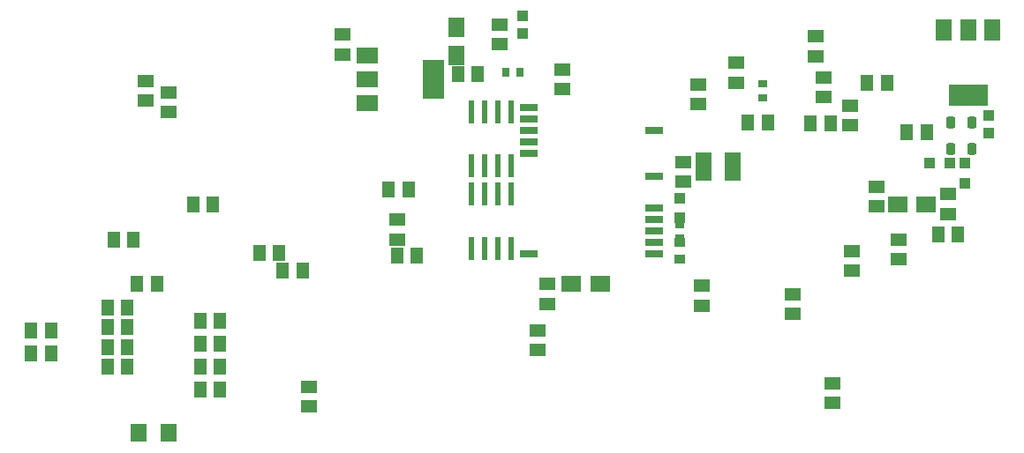
<source format=gbr>
%TF.GenerationSoftware,KiCad,Pcbnew,9.0.7*%
%TF.CreationDate,2026-01-09T15:07:01-08:00*%
%TF.ProjectId,W5500_LX9_AD9957_sramv2_gps,57353530-305f-44c5-9839-5f4144393935,rev?*%
%TF.SameCoordinates,Original*%
%TF.FileFunction,Paste,Bot*%
%TF.FilePolarity,Positive*%
%FSLAX46Y46*%
G04 Gerber Fmt 4.6, Leading zero omitted, Abs format (unit mm)*
G04 Created by KiCad (PCBNEW 9.0.7) date 2026-01-09 15:07:01*
%MOMM*%
%LPD*%
G01*
G04 APERTURE LIST*
G04 Aperture macros list*
%AMRoundRect*
0 Rectangle with rounded corners*
0 $1 Rounding radius*
0 $2 $3 $4 $5 $6 $7 $8 $9 X,Y pos of 4 corners*
0 Add a 4 corners polygon primitive as box body*
4,1,4,$2,$3,$4,$5,$6,$7,$8,$9,$2,$3,0*
0 Add four circle primitives for the rounded corners*
1,1,$1+$1,$2,$3*
1,1,$1+$1,$4,$5*
1,1,$1+$1,$6,$7*
1,1,$1+$1,$8,$9*
0 Add four rect primitives between the rounded corners*
20,1,$1+$1,$2,$3,$4,$5,0*
20,1,$1+$1,$4,$5,$6,$7,0*
20,1,$1+$1,$6,$7,$8,$9,0*
20,1,$1+$1,$8,$9,$2,$3,0*%
G04 Aperture macros list end*
%ADD10R,1.300000X1.600000*%
%ADD11R,1.600000X1.300000*%
%ADD12R,1.300000X1.500000*%
%ADD13R,1.600000X1.800000*%
%ADD14R,1.500000X1.300000*%
%ADD15R,3.800000X2.000000*%
%ADD16R,1.500000X2.000000*%
%ADD17R,2.000000X3.800000*%
%ADD18R,2.000000X1.500000*%
%ADD19R,1.500000X1.950000*%
%ADD20R,1.950000X1.500000*%
%ADD21R,1.600000X2.700000*%
%ADD22R,0.600000X2.200000*%
%ADD23R,1.100000X1.000000*%
%ADD24R,1.016000X1.016000*%
%ADD25RoundRect,0.222250X-0.222250X0.349250X-0.222250X-0.349250X0.222250X-0.349250X0.222250X0.349250X0*%
%ADD26R,1.800000X0.800000*%
%ADD27R,1.000000X0.950000*%
%ADD28R,0.900000X0.700000*%
%ADD29R,0.700000X0.900000*%
G04 APERTURE END LIST*
D10*
%TO.C,R2*%
X137551100Y-106349850D03*
X135651100Y-106349850D03*
%TD*%
D11*
%TO.C,R3*%
X179146100Y-93806100D03*
X179146100Y-91906100D03*
%TD*%
D12*
%TO.C,C1*%
X118659850Y-112541100D03*
X116759850Y-112541100D03*
%TD*%
%TO.C,C2*%
X118659850Y-119208600D03*
X116759850Y-119208600D03*
%TD*%
D13*
%TO.C,C3*%
X110912350Y-123336100D03*
X113712350Y-123336100D03*
%TD*%
D12*
%TO.C,R4*%
X118659850Y-114763600D03*
X116759850Y-114763600D03*
%TD*%
%TO.C,R5*%
X118659850Y-116986100D03*
X116759850Y-116986100D03*
%TD*%
%TO.C,C4*%
X109769850Y-116986100D03*
X107869850Y-116986100D03*
%TD*%
%TO.C,R6*%
X107869850Y-111271100D03*
X109769850Y-111271100D03*
%TD*%
%TO.C,R7*%
X110727350Y-109048600D03*
X112627350Y-109048600D03*
%TD*%
%TO.C,R8*%
X109769850Y-113176100D03*
X107869850Y-113176100D03*
%TD*%
%TO.C,C5*%
X109769850Y-115081100D03*
X107869850Y-115081100D03*
%TD*%
%TO.C,C7*%
X122474850Y-106032350D03*
X124374850Y-106032350D03*
%TD*%
%TO.C,C8*%
X116124850Y-101428600D03*
X118024850Y-101428600D03*
%TD*%
%TO.C,R11*%
X100567350Y-115716100D03*
X102467350Y-115716100D03*
%TD*%
%TO.C,R12*%
X100567350Y-113493600D03*
X102467350Y-113493600D03*
%TD*%
%TO.C,C13*%
X187562350Y-104286100D03*
X189462350Y-104286100D03*
%TD*%
D14*
%TO.C,C18*%
X183749850Y-104764850D03*
X183749850Y-106664850D03*
%TD*%
%TO.C,C20*%
X173589850Y-111903600D03*
X173589850Y-110003600D03*
%TD*%
%TO.C,C22*%
X168192350Y-87778600D03*
X168192350Y-89678600D03*
%TD*%
%TO.C,C23*%
X175812350Y-85238600D03*
X175812350Y-87138600D03*
%TD*%
D12*
%TO.C,C27*%
X126597350Y-107778600D03*
X124697350Y-107778600D03*
%TD*%
D14*
%TO.C,C28*%
X113741100Y-92536100D03*
X113741100Y-90636100D03*
%TD*%
%TO.C,C29*%
X149142350Y-115396100D03*
X149142350Y-113496100D03*
%TD*%
%TO.C,C30*%
X130409850Y-85079850D03*
X130409850Y-86979850D03*
%TD*%
%TO.C,C31*%
X111518600Y-91424850D03*
X111518600Y-89524850D03*
%TD*%
D15*
%TO.C,IC5*%
X190417350Y-90926100D03*
D16*
X192717350Y-84626100D03*
X190417350Y-84626100D03*
X188117350Y-84626100D03*
%TD*%
D12*
%TO.C,C33*%
X184546100Y-94443600D03*
X186446100Y-94443600D03*
%TD*%
%TO.C,C34*%
X180736100Y-89681100D03*
X182636100Y-89681100D03*
%TD*%
D17*
%TO.C,IC6*%
X139116100Y-89363600D03*
D18*
X132816100Y-87063600D03*
X132816100Y-89363600D03*
X132816100Y-91663600D03*
%TD*%
D12*
%TO.C,R10*%
X141524850Y-88887350D03*
X143424850Y-88887350D03*
%TD*%
D19*
%TO.C,C36*%
X141363600Y-84337350D03*
X141363600Y-87087350D03*
%TD*%
D20*
%TO.C,C37*%
X155121100Y-109048600D03*
X152371100Y-109048600D03*
%TD*%
D14*
%TO.C,C38*%
X163112350Y-99203600D03*
X163112350Y-97303600D03*
%TD*%
%TO.C,C39*%
X151523600Y-90313600D03*
X151523600Y-88413600D03*
%TD*%
%TO.C,C40*%
X150094850Y-110951100D03*
X150094850Y-109051100D03*
%TD*%
%TO.C,R15*%
X188512350Y-102299225D03*
X188512350Y-100399225D03*
%TD*%
%TO.C,C10*%
X135648600Y-104759850D03*
X135648600Y-102859850D03*
%TD*%
%TO.C,C49*%
X177399850Y-118576100D03*
X177399850Y-120476100D03*
%TD*%
%TO.C,C50*%
X145491100Y-84127350D03*
X145491100Y-86027350D03*
%TD*%
%TO.C,C51*%
X176606100Y-89207350D03*
X176606100Y-91107350D03*
%TD*%
D12*
%TO.C,C52*%
X171206100Y-93491100D03*
X169306100Y-93491100D03*
%TD*%
D14*
%TO.C,C53*%
X179304850Y-107776100D03*
X179304850Y-105876100D03*
%TD*%
%TO.C,C19*%
X181686100Y-99684850D03*
X181686100Y-101584850D03*
%TD*%
D21*
%TO.C,R20*%
X165046100Y-97777350D03*
X167846100Y-97777350D03*
%TD*%
D14*
%TO.C,C54*%
X164541100Y-89842350D03*
X164541100Y-91742350D03*
%TD*%
%TO.C,C55*%
X164858600Y-109209850D03*
X164858600Y-111109850D03*
%TD*%
D10*
%TO.C,R19*%
X177238600Y-93649850D03*
X175338600Y-93649850D03*
%TD*%
D14*
%TO.C,C56*%
X127234850Y-118893600D03*
X127234850Y-120793600D03*
%TD*%
D12*
%TO.C,C58*%
X110404850Y-104762350D03*
X108504850Y-104762350D03*
%TD*%
D20*
%TO.C,C59*%
X183644850Y-101428600D03*
X186394850Y-101428600D03*
%TD*%
D22*
%TO.C,IC8*%
X146602350Y-97678600D03*
X145332350Y-97678600D03*
X142792350Y-97678600D03*
X146602350Y-92478600D03*
X145332350Y-92478600D03*
X142792350Y-92478600D03*
X144062350Y-97678600D03*
X144062350Y-92478600D03*
%TD*%
D23*
%TO.C,R23*%
X147713600Y-83274850D03*
X147713600Y-84974850D03*
%TD*%
D22*
%TO.C,IC9*%
X146602350Y-105616100D03*
X145332350Y-105616100D03*
X142792350Y-105616100D03*
X146602350Y-100416100D03*
X145332350Y-100416100D03*
X142792350Y-100416100D03*
X144062350Y-105616100D03*
X144062350Y-100416100D03*
%TD*%
D12*
%TO.C,C41*%
X134857350Y-99999850D03*
X136757350Y-99999850D03*
%TD*%
D24*
%TO.C,C75*%
X186766100Y-97459850D03*
X188671100Y-97459850D03*
%TD*%
D25*
%TO.C,X4*%
X190798350Y-96031100D03*
X190798350Y-93491100D03*
X188766350Y-96031100D03*
X188766350Y-93491100D03*
%TD*%
D24*
%TO.C,C78*%
X190099850Y-97459850D03*
X190099850Y-99364850D03*
%TD*%
D26*
%TO.C,U$1*%
X160304850Y-94323600D03*
X160304850Y-98723600D03*
X160304850Y-101723600D03*
X160304850Y-102823600D03*
X160304850Y-103923600D03*
X160304850Y-105023600D03*
X160304850Y-106123600D03*
X148304850Y-92123600D03*
X148304850Y-93223600D03*
X148304850Y-94323600D03*
X148304850Y-95423600D03*
X148304850Y-96523600D03*
X148304850Y-106123600D03*
%TD*%
D27*
%TO.C,L2*%
X162794850Y-106673600D03*
X162794850Y-105073600D03*
%TD*%
D28*
%TO.C,R39*%
X162794850Y-103318600D03*
X162794850Y-104618600D03*
%TD*%
D24*
%TO.C,C79*%
X162794850Y-102698600D03*
X162794850Y-100793600D03*
%TD*%
D28*
%TO.C,R40*%
X170732350Y-89824850D03*
X170732350Y-91124850D03*
%TD*%
D29*
%TO.C,R22*%
X147411100Y-88728600D03*
X146111100Y-88728600D03*
%TD*%
D23*
%TO.C,R41*%
X192401725Y-94579225D03*
X192401725Y-92879225D03*
%TD*%
M02*

</source>
